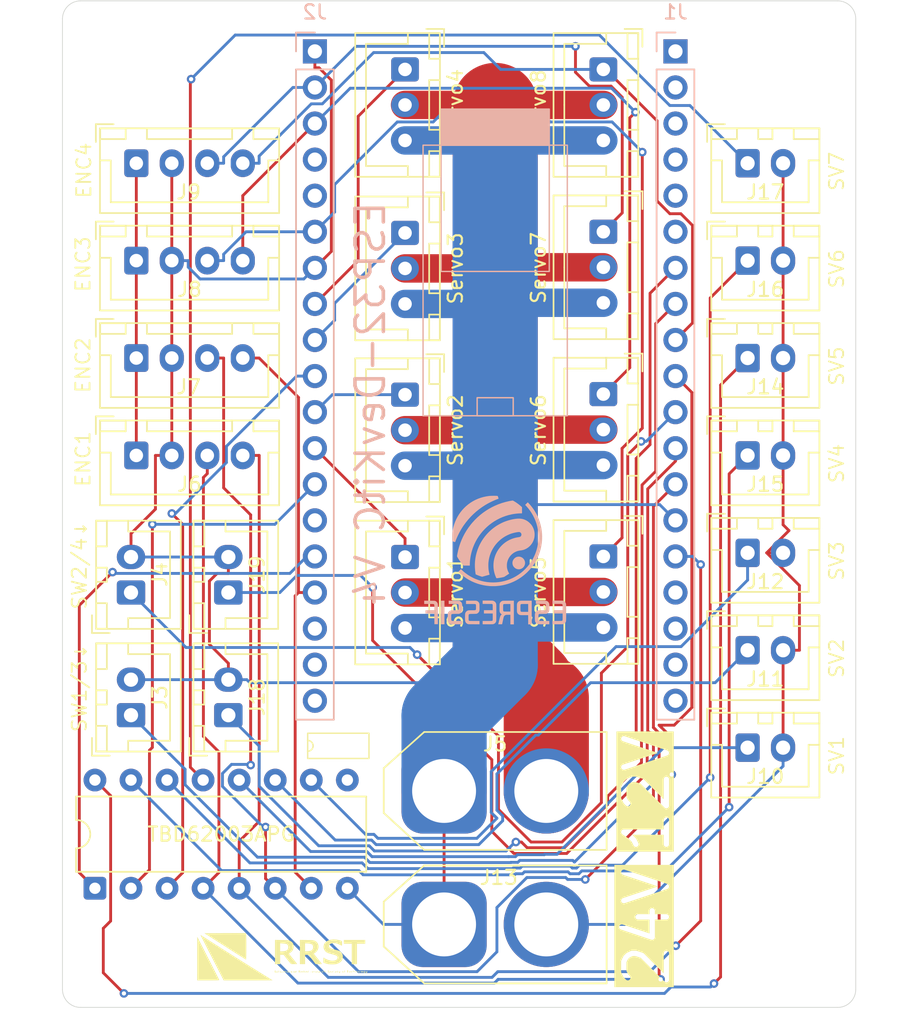
<source format=kicad_pcb>
(kicad_pcb (version 20241229) (generator "pcbnew") (generator_version "9.0")
  (layers (0 "F.Cu" signal) (2 "B.Cu" signal) (13 "F.Paste" user) (15 "B.Paste" user) (5 "F.SilkS" user "F.Silkscreen") (7 "B.SilkS" user "B.Silkscreen") (1 "F.Mask" user) (3 "B.Mask" user) (25 "Edge.Cuts" user))
  (net 0 "")
  (net 1 "3V3")
  (net 2 "GPIO26")
  (net 5 "GPIO25")
  (net 6 "GPIO14")
  (net 7 "5V0")
  (net 8 "GND")
  (net 12 "GPIO12")
  (net 13 "GPIO33")
  (net 14 "GPIO27")
  (net 15 "GPIO13")
  (net 17 "GPIO32")
  (net 21 "GPIO5")
  (net 22 "GPIO2")
  (net 23 "GPIO19")
  (net 25 "GPIO23")
  (net 26 "GPIO18")
  (net 28 "GPIO15")
  (net 29 "GPIO22")
  (net 30 "GPIO16")
  (net 33 "GPIO4")
  (net 34 "GPIO21")
  (net 35 "GPIO17")
  (net 37 "VDD33")
  (net 38 "+24V")
  (net 39 "O5")
  (net 40 "O6")
  (net 41 "O7")
  (net 42 "O1")
  (net 43 "O2")
  (net 44 "O3")
  (net 45 "O4")
  (net 46 "SERVO+")
  (net 47 "TR+")
  (footprint "Connector_JST:JST_XH_B2B-XH-A_1x02_P2.50mm_Vertical" (layer "F.Cu") (at 181.61 110.998)
    (property "Reference" "J15")
    (property "Value" "Conn_01x02_Pin")
  )
  (footprint "Connector_JST:JST_XH_B3B-XH-A_1x03_P2.50mm_Vertical" (layer "F.Cu") (at 157.48 83.82 -90)
    (property "Reference" "Servo4")
    (property "Value" "Servo4")
  )
  (footprint "Connector_JST:JST_XH_B2B-XH-A_1x02_P2.50mm_Vertical" (layer "F.Cu") (at 138.176 129.286 90)
    (property "Reference" "J3")
    (property "Value" "Conn_01x02_Pin")
  )
  (footprint "Connector_JST:JST_XH_B2B-XH-A_1x02_P2.50mm_Vertical" (layer "F.Cu") (at 181.61 117.856)
    (property "Reference" "J12")
    (property "Value" "Conn_01x02_Pin")
  )
  (footprint "Connector_JST:JST_XH_B3B-XH-A_1x03_P2.50mm_Vertical" (layer "F.Cu") (at 171.45 106.68 -90)
    (property "Reference" "Servo6")
    (property "Value" "Servo6")
  )
  (footprint "Connector_JST:JST_XH_B2B-XH-A_1x02_P2.50mm_Vertical" (layer "F.Cu") (at 181.61 131.572)
    (property "Reference" "J10")
    (property "Value" "Conn_01x02_Pin")
  )
  (footprint "Connector_JST:JST_XH_B2B-XH-A_1x02_P2.50mm_Vertical" (layer "F.Cu") (at 181.61 104.14)
    (property "Reference" "J14")
    (property "Value" "Conn_01x02_Pin")
  )
  (footprint "Connector_JST:JST_XH_B3B-XH-A_1x03_P2.50mm_Vertical" (layer "F.Cu") (at 171.45 118.11 -90)
    (property "Reference" "Servo5")
    (property "Value" "Servo5")
  )
  (footprint "Connector_JST:JST_XH_B4B-XH-A_1x04_P2.50mm_Vertical" (layer "F.Cu") (at 138.55 90.424)
    (property "Reference" "J9")
    (property "Value" "Conn_01x04_Pin")
  )
  (footprint "LOGO" (layer "F.Cu") (at 148.844 146.304)
    (property "Reference" "G***" (hide yes))
    (property "Value" "LOGO" (hide yes))
  )
  (footprint "Connector_JST:JST_XH_B3B-XH-A_1x03_P2.50mm_Vertical" (layer "F.Cu") (at 157.48 95.33 -90)
    (property "Reference" "Servo3")
    (property "Value" "Servo3")
  )
  (footprint "MountingHole:MountingHole_3.2mm_M3" (layer "F.Cu") (at 182.88 83.82)
    (property "Reference" "REF**2" (hide yes))
    (property "Value" "MountingHole_3.2mm_M3")
  )
  (footprint "Connector_JST:JST_XH_B4B-XH-A_1x04_P2.50mm_Vertical" (layer "F.Cu") (at 138.55 110.998)
    (property "Reference" "J6")
    (property "Value" "Conn_01x04_Pin")
  )
  (footprint "Connector_JST:JST_XH_B3B-XH-A_1x03_P2.50mm_Vertical" (layer "F.Cu") (at 157.48 118.15 -90)
    (property "Reference" "Servo1")
    (property "Value" "Servo1")
  )
  (footprint "Connector_AMASS:AMASS_XT60-M_1x02_P7.20mm_Vertical" (layer "F.Cu") (at 160.23 144.018)
    (property "Reference" "J13")
    (property "Value" "XT60-M")
  )
  (footprint "Connector_JST:JST_XH_B3B-XH-A_1x03_P2.50mm_Vertical" (layer "F.Cu") (at 157.48 106.72 -90)
    (property "Reference" "Servo2")
    (property "Value" "Servo2")
  )
  (footprint "Package_DIP:DIP-16_W7.62mm" (layer "F.Cu") (at 135.636 141.473 90)
    (property "Reference" "TBD62003APG")
    (property "Value" "~")
  )
  (footprint "Connector_JST:JST_XH_B2B-XH-A_1x02_P2.50mm_Vertical" (layer "F.Cu") (at 145.034 129.286 90)
    (property "Reference" "J18")
    (property "Value" "Conn_01x02_Pin")
  )
  (footprint "Connector_JST:JST_XH_B2B-XH-A_1x02_P2.50mm_Vertical" (layer "F.Cu") (at 181.61 124.714)
    (property "Reference" "J11")
    (property "Value" "Conn_01x02_Pin")
  )
  (footprint "MountingHole:MountingHole_3.2mm_M3" (layer "F.Cu") (at 138.43 146.05)
    (property "Reference" "REF**3" (hide yes))
    (property "Value" "MountingHole_3.2mm_M3")
  )
  (footprint "MountingHole:MountingHole_3.2mm_M3" (layer "F.Cu") (at 182.88 146.05)
    (property "Reference" "REF**4" (hide yes))
    (property "Value" "MountingHole_3.2mm_M3")
  )
  (footprint "MountingHole:MountingHole_3.2mm_M3" (layer "F.Cu") (at 138.43 83.82)
    (property "Reference" "REF**1" (hide yes))
    (property "Value" "MountingHole_3.2mm_M3")
  )
  (footprint "Connector_JST:JST_XH_B2B-XH-A_1x02_P2.50mm_Vertical" (layer "F.Cu") (at 138.176 120.65 90)
    (property "Reference" "J4")
    (property "Value" "Conn_01x02_Pin")
  )
  (footprint "Connector_JST:JST_XH_B2B-XH-A_1x02_P2.50mm_Vertical" (layer "F.Cu") (at 181.61 97.282)
    (property "Reference" "J16")
    (property "Value" "Conn_01x02_Pin")
  )
  (footprint "Connector_JST:JST_XH_B2B-XH-A_1x02_P2.50mm_Vertical" (layer "F.Cu") (at 145.034 120.65 90)
    (property "Reference" "J19")
    (property "Value" "Conn_01x02_Pin")
  )
  (footprint "Connector_JST:JST_XH_B4B-XH-A_1x04_P2.50mm_Vertical" (layer "F.Cu") (at 138.55 104.14)
    (property "Reference" "J7")
    (property "Value" "Conn_01x04_Pin")
  )
  (footprint "Connector_JST:JST_XH_B4B-XH-A_1x04_P2.50mm_Vertical" (layer "F.Cu") (at 138.55 97.282)
    (property "Reference" "J8")
    (property "Value" "Conn_01x04_Pin")
  )
  (footprint "Connector_JST:JST_XH_B2B-XH-A_1x02_P2.50mm_Vertical" (layer "F.Cu") (at 181.61 90.424)
    (property "Reference" "J17")
    (property "Value" "Conn_01x02_Pin")
  )
  (footprint "Connector_JST:JST_XH_B3B-XH-A_1x03_P2.50mm_Vertical" (layer "F.Cu") (at 171.45 95.25 -90)
    (property "Reference" "Servo7")
    (property "Value" "Servo7")
  )
  (footprint "Connector_JST:JST_XH_B3B-XH-A_1x03_P2.50mm_Vertical" (layer "F.Cu") (at 171.45 83.82 -90)
    (property "Reference" "Servo8")
    (property "Value" "Servo8")
  )
  (footprint "Connector_AMASS:AMASS_XT60-M_1x02_P7.20mm_Vertical" (layer "F.Cu") (at 160.23 134.62)
    (property "Reference" "J5")
    (property "Value" "XT60-M")
  )
  (footprint "Connector_PinSocket_2.54mm:PinSocket_1x19_P2.54mm_Vertical" (layer "B.Cu") (at 176.53 82.55 180)
    (property "Reference" "J1")
    (property "Value" "Conn_01x19_Socket")
  )
  (footprint "Connector_PinSocket_2.54mm:PinSocket_1x19_P2.54mm_Vertical" (layer "B.Cu") (at 151.13 82.55 180)
    (property "Reference" "J2")
    (property "Value" "Conn_01x19_Socket")
  )
  (footprint "LOGO" (layer "B.Cu") (at 163.83 118.364 180)
    (property "Reference" "G***" (hide yes))
    (property "Value" "LOGO" (hide yes))
  )
  (gr_arc (start 150.622 131.064) (mid 151.003 131.445) (end 150.622 131.826) (stroke (width 0.1)) (layer "F.SilkS"))
  (gr_rect (start 150.622 130.556) (end 154.94 132.334) (stroke (width 0.1)) (fill no) (layer "F.SilkS"))
  (gr_rect (start 160.02 86.614) (end 167.64 89.154) (stroke (width 0.1)) (fill yes) (layer "B.SilkS"))
  (gr_rect (start 162.56 106.934) (end 165.1 108.204) (stroke (width 0.1)) (fill no) (layer "B.SilkS"))
  (gr_rect (start 160.02 89.154) (end 167.64 98.044) (stroke (width 0.1)) (fill no) (layer "B.SilkS"))
  (gr_rect (start 158.75 89.154) (end 168.91 108.204) (stroke (width 0.1)) (fill no) (layer "B.SilkS"))
  (gr_arc (start 189.23 148.59) (mid 188.858026 149.488026) (end 187.96 149.86) (stroke (width 0.05)) (layer "Edge.Cuts"))
  (gr_line (start 133.35 80.264) (end 133.35 148.59) (stroke (width 0.05)) (layer "Edge.Cuts"))
  (gr_line (start 187.96 78.994) (end 134.62 78.994) (stroke (width 0.05)) (layer "Edge.Cuts"))
  (gr_line (start 134.62 149.86) (end 187.96 149.86) (stroke (width 0.05)) (layer "Edge.Cuts"))
  (gr_arc (start 134.62 149.86) (mid 133.721974 149.488026) (end 133.35 148.59) (stroke (width 0.05)) (layer "Edge.Cuts"))
  (gr_arc (start 187.96 78.994) (mid 188.858026 79.365974) (end 189.23 80.264) (stroke (width 0.05)) (layer "Edge.Cuts"))
  (gr_arc (start 133.35 80.264) (mid 133.721974 79.365974) (end 134.62 78.994) (stroke (width 0.05)) (layer "Edge.Cuts"))
  (gr_line (start 189.23 148.59) (end 189.23 80.264) (stroke (width 0.05)) (layer "Edge.Cuts"))
  (gr_text "24V" (at 176.276 148.59 90) (layer "F.SilkS" knockout) (effects (font (size 3 3) (thickness 0.375)) (justify left bottom)))
  (gr_text "SW1/3↓" (at 135.128 130.556 90) (layer "F.SilkS") (effects (font (size 1 1) (thickness 0.125)) (justify left bottom)))
  (gr_text "SV1" (at 188.468 133.604 90) (layer "F.SilkS") (effects (font (size 1 1) (thickness 0.125)) (justify left bottom)))
  (gr_text "ENC4" (at 135.446 92.964 90) (layer "F.SilkS") (effects (font (size 1 1) (thickness 0.125)) (justify left bottom)))
  (gr_text "SV7" (at 188.468 92.456 90) (layer "F.SilkS") (effects (font (size 1 1) (thickness 0.125)) (justify left bottom)))
  (gr_text "SV2" (at 188.468 126.746 90) (layer "F.SilkS") (effects (font (size 1 1) (thickness 0.125)) (justify left bottom)))
  (gr_text "12V" (at 176.276 139.192 90) (layer "F.SilkS" knockout) (effects (font (size 3 3) (thickness 0.375)) (justify left bottom)))
  (gr_text "SV4" (at 188.468 113.03 90) (layer "F.SilkS") (effects (font (size 1 1) (thickness 0.125)) (justify left bottom)))
  (gr_text "SV3" (at 188.468 119.888 90) (layer "F.SilkS") (effects (font (size 1 1) (thickness 0.125)) (justify left bottom)))
  (gr_text "ENC1" (at 135.382 113.284 90) (layer "F.SilkS") (effects (font (size 1 1) (thickness 0.125)) (justify left bottom)))
  (gr_text "SV6" (at 188.468 99.314 90) (layer "F.SilkS") (effects (font (size 1 1) (thickness 0.125)) (justify left bottom)))
  (gr_text "ENC3" (at 135.382 99.568 90) (layer "F.SilkS") (effects (font (size 1 1) (thickness 0.125)) (justify left bottom)))
  (gr_text "SV5\n" (at 188.468 106.172 90) (layer "F.SilkS") (effects (font (size 1 1) (thickness 0.125)) (justify left bottom)))
  (gr_text "ENC2" (at 135.382 106.68 90) (layer "F.SilkS") (effects (font (size 1 1) (thickness 0.125)) (justify left bottom)))
  (gr_text "SW2/4↓" (at 135.128 121.92 90) (layer "F.SilkS") (effects (font (size 1 1) (thickness 0.125)) (justify left bottom)))
  (gr_text "ESP32-DevKitC V4" (at 156.21 92.964 90) (layer "B.SilkS") (effects (font (size 2 2) (thickness 0.25)) (justify left bottom mirror)))
  (segment (start 175.38 129.989) (end 176.44 129.989) (width 0.2) (layer "F.Cu") (net 2))
  (segment (start 176.44 129.989) (end 177.682 128.747) (width 0.2) (layer "F.Cu") (net 2))
  (segment (start 177.682 106.562) (end 176.53 105.41) (width 0.2) (layer "F.Cu") (net 2))
  (segment (start 177.682 128.747) (end 177.682 106.562) (width 0.2) (layer "F.Cu") (net 2))
  (segment (start 175.545 130.154) (end 175.38 129.989) (width 0.2) (layer "F.Cu") (net 2))
  (segment (start 176.271 133.462) (end 176.271 130.88) (width 0.2) (layer "F.Cu") (net 2))
  (segment (start 176.271 130.88) (end 175.545 130.154) (width 0.2) (layer "F.Cu") (net 2))
  (segment (start 175.545 130.154) (end 175.38 129.989) (width 0.2) (layer "F.Cu") (net 2))
  (via (at 176.271 133.462) (size 0.6) (drill 0.3) (layers "F.Cu" "B.Cu") (net 2))
  (segment (start 165.427 139.647) (end 164.94 139.647) (width 0.2) (layer "B.Cu") (net 2))
  (segment (start 169.414 139.628) (end 169.297 139.511) (width 0.2) (layer "B.Cu") (net 2))
  (segment (start 141.986 134.182) (end 141.986 133.096) (width 0.2) (layer "B.Cu") (net 2))
  (segment (start 164.928 139.66) (end 154.998 139.66) (width 0.2) (layer "B.Cu") (net 2))
  (segment (start 141.986 133.096) (end 138.176 129.286) (width 0.2) (layer "B.Cu") (net 2))
  (segment (start 169.297 139.511) (end 165.564 139.511) (width 0.2) (layer "B.Cu") (net 2))
  (segment (start 175.579 133.462) (end 169.414 139.628) (width 0.2) (layer "B.Cu") (net 2))
  (segment (start 165.564 139.511) (end 165.427 139.647) (width 0.2) (layer "B.Cu") (net 2))
  (segment (start 164.94 139.647) (end 164.928 139.66) (width 0.2) (layer "B.Cu") (net 2))
  (segment (start 147.089 139.285) (end 141.986 134.182) (width 0.2) (layer "B.Cu") (net 2))
  (segment (start 154.624 139.285) (end 147.089 139.285) (width 0.2) (layer "B.Cu") (net 2))
  (segment (start 176.271 133.462) (end 175.579 133.462) (width 0.2) (layer "B.Cu") (net 2))
  (segment (start 154.998 139.66) (end 154.624 139.285) (width 0.2) (layer "B.Cu") (net 2))
  (segment (start 176.53 102.87) (end 177.73 101.67) (width 0.2) (layer "F.Cu") (net 5))
  (segment (start 177.73 94.8021) (end 176.908 93.98) (width 0.2) (layer "F.Cu") (net 5))
  (segment (start 175.228 93.0718) (end 175.228 87.4302) (width 0.2) (layer "F.Cu") (net 5))
  (segment (start 177.73 101.67) (end 177.73 94.8021) (width 0.2) (layer "F.Cu") (net 5))
  (segment (start 171.618 83.82) (end 171.45 83.82) (width 0.2) (layer "F.Cu") (net 5))
  (segment (start 176.136 93.98) (end 175.228 93.0718) (width 0.2) (layer "F.Cu") (net 5))
  (segment (start 176.908 93.98) (end 176.136 93.98) (width 0.2) (layer "F.Cu") (net 5))
  (segment (start 175.228 87.4302) (end 171.618 83.82) (width 0.2) (layer "F.Cu") (net 5))
  (segment (start 163.033 82.6336) (end 164.219 83.82) (width 0.2) (layer "B.Cu") (net 5))
  (segment (start 147.202 90.424) (end 147.202 89.9201) (width 0.2) (layer "B.Cu") (net 5))
  (segment (start 150.88 86.2417) (end 151.66 86.2417) (width 0.2) (layer "B.Cu") (net 5))
  (segment (start 151.66 86.2417) (end 155.268 82.6336) (width 0.2) (layer "B.Cu") (net 5))
  (segment (start 155.268 82.6336) (end 163.033 82.6336) (width 0.2) (layer "B.Cu") (net 5))
  (segment (start 164.219 83.82) (end 171.45 83.82) (width 0.2) (layer "B.Cu") (net 5))
  (segment (start 146.05 90.424) (end 147.202 90.424) (width 0.2) (layer "B.Cu") (net 5))
  (segment (start 147.202 89.9201) (end 150.88 86.2417) (width 0.2) (layer "B.Cu") (net 5))
  (segment (start 174.576 130.4) (end 174.576 113.355) (width 0.2) (layer "F.Cu") (net 6))
  (segment (start 174.977 130.722) (end 174.777 130.522) (width 0.2) (layer "F.Cu") (net 6))
  (segment (start 143.55 104.14) (end 144.702 104.14) (width 0.2) (layer "F.Cu") (net 6))
  (segment (start 174.977 136.052) (end 174.977 130.722) (width 0.2) (layer "F.Cu") (net 6))
  (segment (start 146.605 115.183) (end 144.702 113.28) (width 0.2) (layer "F.Cu") (net 6))
  (segment (start 174.698 130.522) (end 174.576 130.4) (width 0.2) (layer "F.Cu") (net 6))
  (segment (start 147.655 140.792) (end 147.655 137.161) (width 0.2) (layer "F.Cu") (net 6))
  (segment (start 144.702 113.28) (end 144.702 104.14) (width 0.2) (layer "F.Cu") (net 6))
  (segment (start 174.576 113.355) (end 176.53 111.401) (width 0.2) (layer "F.Cu") (net 6))
  (segment (start 174.777 130.522) (end 174.698 130.522) (width 0.2) (layer "F.Cu") (net 6))
  (segment (start 146.605 132.799) (end 146.605 115.183) (width 0.2) (layer "F.Cu") (net 6))
  (segment (start 176.53 111.401) (end 176.53 110.49) (width 0.2) (layer "F.Cu") (net 6))
  (segment (start 148.336 141.473) (end 147.655 140.792) (width 0.2) (layer "F.Cu") (net 6))
  (segment (start 170.176 140.852) (end 174.977 136.052) (width 0.2) (layer "F.Cu") (net 6))
  (via (at 146.605 132.799) (size 0.6) (drill 0.3) (layers "F.Cu" "B.Cu") (net 6))
  (via (at 147.655 137.161) (size 0.6) (drill 0.3) (layers "F.Cu" "B.Cu") (net 6))
  (via (at 170.176 140.852) (size 0.6) (drill 0.3) (layers "F.Cu" "B.Cu") (net 6))
  (segment (start 147.655 137.161) (end 147.48 137.161) (width 0.2) (layer "B.Cu") (net 6))
  (segment (start 144.619 133.389) (end 145.256 132.751) (width 0.2) (layer "B.Cu") (net 6))
  (segment (start 146.558 132.751) (end 146.605 132.799) (width 0.2) (layer "B.Cu") (net 6))
  (segment (start 162.552 147.345) (end 154.208 147.345) (width 0.2) (layer "B.Cu") (net 6))
  (segment (start 154.208 147.345) (end 148.336 141.473) (width 0.2) (layer "B.Cu") (net 6))
  (segment (start 166.062 140.716) (end 163.953 142.826) (width 0.2) (layer "B.Cu") (net 6))
  (segment (start 170.176 140.852) (end 168.934 140.852) (width 0.2) (layer "B.Cu") (net 6))
  (segment (start 145.256 132.751) (end 146.558 132.751) (width 0.2) (layer "B.Cu") (net 6))
  (segment (start 168.798 140.716) (end 166.062 140.716) (width 0.2) (layer "B.Cu") (net 6))
  (segment (start 147.48 137.161) (end 144.619 134.3) (width 0.2) (layer "B.Cu") (net 6))
  (segment (start 144.619 134.3) (end 144.619 133.389) (width 0.2) (layer "B.Cu") (net 6))
  (segment (start 163.953 142.826) (end 163.953 145.944) (width 0.2) (layer "B.Cu") (net 6))
  (segment (start 168.934 140.852) (end 168.798 140.716) (width 0.2) (layer "B.Cu") (net 6))
  (segment (start 163.953 145.944) (end 162.552 147.345) (width 0.2) (layer "B.Cu") (net 6))
  (segment (start 143.7 124.3) (end 145.034 125.634) (width 0.2) (layer "F.Cu") (net 8))
  (segment (start 141.05 90.424) (end 141.05 97.282) (width 0.2) (layer "F.Cu") (net 8))
  (segment (start 144.242 119.302) (end 143.7 119.844) (width 0.2) (layer "F.Cu") (net 8))
  (segment (start 143.7 119.844) (end 143.7 124.3) (width 0.2) (layer "F.Cu") (net 8))
  (segment (start 141.05 110.998) (end 139.898 110.998) (width 0.2) (layer "F.Cu") (net 8))
  (segment (start 138.176 118.15) (end 138.176 116.998) (width 0.2) (layer "F.Cu") (net 8))
  (segment (start 151.13 82.55) (end 151.13 83.7017) (width 0.2) (layer "F.Cu") (net 8))
  (segment (start 145.034 119.302) (end 144.242 119.302) (width 0.2) (layer "F.Cu") (net 8))
  (segment (start 138.176 116.5) (end 138.176 116.998) (width 0.2) (layer "F.Cu") (net 8))
  (segment (start 152.288 84.5719) (end 152.288 96.6319) (width 0.2) (layer "F.Cu") (net 8))
  (segment (start 151.418 83.7017) (end 152.288 84.5719) (width 0.2) (layer "F.Cu") (net 8))
  (segment (start 139.898 110.998) (end 139.898 114.778) (width 0.2) (layer "F.Cu") (net 8))
  (segment (start 139.898 114.778) (end 138.176 116.5) (width 0.2) (layer "F.Cu") (net 8))
  (segment (start 160.23 134.62) (end 160.23 144.018) (width 0.2) (layer "F.Cu") (net 8))
  (segment (start 141.05 110.998) (end 141.05 104.14) (width 0.2) (layer "F.Cu") (net 8))
  (segment (start 141.05 97.282) (end 141.05 104.14) (width 0.2) (layer "F.Cu") (net 8))
  (segment (start 151.13 83.7017) (end 151.418 83.7017) (width 0.2) (layer "F.Cu") (net 8))
  (segment (start 152.288 96.6319) (end 151.13 97.79) (width 0.2) (layer "F.Cu") (net 8))
  (segment (start 145.034 118.15) (end 145.034 119.302) (width 0.2) (layer "F.Cu") (net 8))
  (segment (start 145.034 125.634) (end 145.034 126.786) (width 0.2) (layer "F.Cu") (net 8))
  (segment (start 171.45 88.82) (end 165.18 88.82) (width 2) (layer "B.Cu") (net 8))
  (segment (start 160.085 127) (end 146.55 127) (width 0.2) (layer "B.Cu") (net 8))
  (segment (start 161.4116 127.53) (end 161.7208 127.8392) (width 0.2) (layer "B.Cu") (net 8))
  (segment (start 163.83 123.19) (end 163.83 125.73) (width 6) (layer "B.Cu") (net 8))
  (segment (start 163.83 114.46) (end 166.53 114.46) (width 0.2) (layer "B.Cu") (net 8))
  (segment (start 160.23 129.33) (end 160.23 134.62) (width 6) (layer "B.Cu") (net 8))
  (segment (start 165.18 88.82) (end 163.83 90.17) (width 0.2) (layer "B.Cu") (net 8))
  (segment (start 157.48 111.72) (end 163.79 111.72) (width 2) (layer "B.Cu") (net 8))
  (segment (start 141.05 97.282) (end 142.202 97.282) (width 0.2) (layer "B.Cu") (net 8))
  (segment (start 163.79 111.72) (end 163.83 111.76) (width 0.2) (layer "B.Cu") (net 8))
  (segment (start 142.202 97.7337) (end 142.202 97.282) (width 0.2) (layer "B.Cu") (net 8))
  (segment (start 171.45 111.68) (end 163.91 111.68) (width 2) (layer "B.Cu") (net 8))
  (segment (start 160.793 127.53) (end 160.704 127.619) (width 0.2) (layer "B.Cu") (net 8))
  (segment (start 166.53 114.46) (end 163.83 111.76) (width 0.2) (layer "B.Cu") (net 8))
  (segment (start 163.83 111.76) (end 163.83 123.19) (width 6) (layer "B.Cu") (net 8))
  (segment (start 162.48 88.82) (end 163.83 90.17) (width 0.2) (layer "B.Cu") (net 8))
  (segment (start 175.42 114.46) (end 176.53 115.57) (width 0.2) (layer "B.Cu") (net 8))
  (segment (start 163.83 125.73) (end 160.23 129.33) (width 6) (layer "B.Cu") (net 8))
  (segment (start 146.55 127) (end 146.336 126.786) (width 0.2) (layer "B.Cu") (net 8))
  (segment (start 161.4115 127.53) (end 160.793 127.53) (width 0.2) (layer "B.Cu") (net 8))
  (segment (start 160.704 127.619) (end 160.085 127) (width 0.2) (layer "B.Cu") (net 8))
  (segment (start 171.45 123.11) (end 163.91 123.11) (width 2) (layer "B.Cu") (net 8))
  (segment (start 150.346 98.5742) (end 143.042 98.5742) (width 0.2) (layer "B.Cu") (net 8))
  (segment (start 151.13 97.79) (end 150.346 98.5742) (width 0.2) (layer "B.Cu") (net 8))
  (segment (start 143.042 98.5742) (end 142.202 97.7337) (width 0.2) (layer "B.Cu") (net 8))
  (segment (start 163.91 100.25) (end 163.83 100.33) (width 0.2) (layer "B.Cu") (net 8))
  (segment (start 163.83 100.33) (end 163.83 111.76) (width 6) (layer "B.Cu") (net 8))
  (segment (start 163.91 123.11) (end 163.83 123.19) (width 0.2) (layer "B.Cu") (net 8))
  (segment (start 157.48 123.15) (end 163.79 123.15) (width 2) (layer "B.Cu") (net 8))
  (segment (start 163.83 90.17) (end 163.83 100.33) (width 6) (layer "B.Cu") (net 8))
  (segment (start 162.03 127.53) (end 161.4116 127.53) (width 0.2) (layer "B.Cu") (net 8))
  (segment (start 145.034 118.15) (end 138.176 118.15) (width 0.2) (layer "B.Cu") (net 8))
  (segment (start 163.79 123.15) (end 163.83 123.19) (width 0.2) (layer "B.Cu") (net 8))
  (segment (start 166.53 114.46) (end 175.42 114.46) (width 0.2) (layer "B.Cu") (net 8))
  (segment (start 163.91 111.68) (end 163.83 111.76) (width 0.2) (layer "B.Cu") (net 8))
  (segment (start 146.336 126.786) (end 145.034 126.786) (width 0.2) (layer "B.Cu") (net 8))
  (segment (start 155.961 144.018) (end 153.416 141.473) (width 0.2) (layer "B.Cu") (net 8))
  (segment (start 157.48 100.33) (end 163.83 100.33) (width 2) (layer "B.Cu") (net 8))
  (segment (start 160.23 144.018) (end 155.961 144.018) (width 0.2) (layer "B.Cu") (net 8))
  (segment (start 171.45 100.25) (end 163.91 100.25) (width 2) (layer "B.Cu") (net 8))
  (segment (start 145.034 126.786) (end 138.176 126.786) (width 0.2) (layer "B.Cu") (net 8))
  (segment (start 161.4116 127.53) (end 161.4115 127.53) (width 0.2) (layer "B.Cu") (net 8))
  (segment (start 157.48 88.82) (end 162.48 88.82) (width 2) (layer "B.Cu") (net 8))
  (segment (start 144.37 131.872) (end 143.276 130.779) (width 0.2) (layer "F.Cu") (net 12))
  (segment (start 175.143 130.32) (end 174.978 130.155) (width 0.2) (layer "F.Cu") (net 12))
  (segment (start 143.276 130.779) (end 143.276 112.548) (width 0.2) (layer "F.Cu") (net 12))
  (segment (start 175.143 130.32) (end 174.978 130.155) (width 0.2) (layer "F.Cu") (net 12))
  (segment (start 175.378 130.555) (end 175.143 130.32) (width 0.2) (layer "F.Cu") (net 12))
  (segment (start 174.978 130.155) (end 174.978 114.582) (width 0.2) (layer "F.Cu") (net 12))
  (segment (start 174.978 114.582) (end 176.53 113.03) (width 0.2) (layer "F.Cu") (net 12))
  (segment (start 143.276 112.548) (end 143.55 112.275) (width 0.2) (layer "F.Cu") (net 12))
  (segment (start 143.256 141.473) (end 144.37 140.359) (width 0.2) (layer "F.Cu") (net 12))
  (segment (start 175.484 147.884) (end 175.378 147.778) (width 0.2) (layer "F.Cu") (net 12))
  (segment (start 144.37 140.359) (end 144.37 131.872) (width 0.2) (layer "F.Cu") (net 12))
  (segment (start 175.378 147.778) (end 175.378 130.555) (width 0.2) (layer "F.Cu") (net 12))
  (segment (start 143.55 110.998) (end 143.55 112.275) (width 0.2) (layer "F.Cu") (net 12))
  (via (at 175.484 147.884) (size 0.6) (drill 0.3) (layers "F.Cu" "B.Cu") (net 12))
  (segment (start 149.931 148.148) (end 163.776 148.148) (width 0.2) (layer "B.Cu") (net 12))
  (segment (start 164.011 147.913) (end 164.04 147.884) (width 0.2) (layer "B.Cu") (net 12))
  (segment (start 164.04 147.884) (end 175.484 147.884) (width 0.2) (layer "B.Cu") (net 12))
  (segment (start 163.776 148.148) (end 164.011 147.913) (width 0.2) (layer "B.Cu") (net 12))
  (segment (start 143.256 141.473) (end 149.931 148.148) (width 0.2) (layer "B.Cu") (net 12))
  (segment (start 164.011 147.913) (end 164.04 147.884) (width 0.2) (layer "B.Cu") (net 12))
  (segment (start 174.537 130.926) (end 174.537 133.354) (width 0.2) (layer "F.Cu") (net 13))
  (segment (start 176.53 100.33) (end 175.139 101.721) (width 0.2) (layer "F.Cu") (net 13))
  (segment (start 163.593 137.464) (end 163.593 132.42) (width 0.2) (layer "F.Cu") (net 13))
  (segment (start 163.593 132.42) (end 155.196 124.022) (width 0.2) (layer "F.Cu") (net 13))
  (segment (start 174.175 113.075) (end 174.175 130.566) (width 0.2) (layer "F.Cu") (net 13))
  (segment (start 168.871 139.02) (end 165.149 139.02) (width 0.2) (layer "F.Cu") (net 13))
  (segment (start 174.532 130.923) (end 174.534 130.923) (width 0.2) (layer "F.Cu") (net 13))
  (segment (start 174.534 130.923) (end 174.537 130.926) (width 0.2) (layer "F.Cu") (net 13))
  (segment (start 155.196 124.022) (end 155.196 120.292) (width 0.2) (layer "F.Cu") (net 13))
  (segment (start 175.139 101.721) (end 175.139 112.111) (width 0.2) (layer "F.Cu") (net 13))
  (segment (start 175.139 112.111) (end 174.175 113.075) (width 0.2) (layer "F.Cu") (net 13))
  (segment (start 174.534 130.923) (end 174.537 130.926) (width 0.2) (layer "F.Cu") (net 13))
  (segment (start 165.149 139.02) (end 163.593 137.464) (width 0.2) (layer "F.Cu") (net 13))
  (segment (start 174.537 133.354) (end 168.871 139.02) (width 0.2) (layer "F.Cu") (net 13))
  (segment (start 174.175 130.566) (end 174.532 130.923) (width 0.2) (layer "F.Cu") (net 13))
  (via (at 155.196 120.292) (size 0.6) (drill 0.3) (layers "F.Cu" "B.Cu") (net 13))
  (segment (start 149.865 119.446) (end 148.661 120.65) (width 0.2) (layer "B.Cu") (net 13))
  (segment (start 148.661 120.65) (end 145.034 120.65) (width 0.2) (layer "B.Cu") (net 13))
  (segment (start 155.196 120.292) (end 154.349 119.446) (width 0.2) (layer "B.Cu") (net 13))
  (segment (start 154.349 119.446) (end 149.865 119.446) (width 0.2) (layer "B.Cu") (net 13))
  (segment (start 171.311 126.321) (end 171.311 135.444) (width 0.2) (layer "F.Cu") (net 14))
  (segment (start 173.168 124.464) (end 171.311 126.321) (width 0.2) (layer "F.Cu") (net 14))
  (segment (start 173.168 110.953) (end 173.168 124.464) (width 0.2) (layer "F.Cu") (net 14))
  (segment (start 164.062 130.752) (end 158.333 125.024) (width 0.2) (layer "F.Cu") (net 14))
  (segment (start 168.539 138.216) (end 166.357 138.216) (width 0.2) (layer "F.Cu") (net 14))
  (segment (start 164.062 135.921) (end 164.062 130.752) (width 0.2) (layer "F.Cu") (net 14))
  (segment (start 171.311 135.444) (end 168.539 138.216) (width 0.2) (layer "F.Cu") (net 14))
  (segment (start 174.111 110.01) (end 173.168 110.953) (width 0.2) (layer "F.Cu") (net 14))
  (segment (start 166.357 138.216) (end 164.062 135.921) (width 0.2) (layer "F.Cu") (net 14))
  (via (at 174.111 110.01) (size 0.6) (drill 0.3) (layers "F.Cu" "B.Cu") (net 14))
  (via (at 158.333 125.024) (size 0.6) (drill 0.3) (layers "F.Cu" "B.Cu") (net 14))
  (segment (start 174.47 110.01) (end 174.111 110.01) (width 0.2) (layer "B.Cu") (net 14))
  (segment (start 142.046 124.52) (end 138.176 120.65) (width 0.2) (layer "B.Cu") (net 14))
  (segment (start 176.53 107.95) (end 174.47 110.01) (width 0.2) (layer "B.Cu") (net 14))
  (segment (start 157.829 124.52) (end 142.046 124.52) (width 0.2) (layer "B.Cu") (net 14))
  (segment (start 158.333 125.024) (end 157.829 124.52) (width 0.2) (layer "B.Cu") (net 14))
  (segment (start 147.202 136.763) (end 147.202 133.053) (width 0.2) (layer "F.Cu") (net 15))
  (segment (start 146.05 110.998) (end 147.202 110.998) (width 0.2) (layer "F.Cu") (net 15))
  (segment (start 145.796 138.169) (end 147.202 136.763) (width 0.2) (layer "F.Cu") (net 15))
  (segment (start 147.207 111.003) (end 147.202 110.998) (width 0.2) (layer "F.Cu") (net 15))
  (segment (start 147.207 133.048) (end 147.207 111.003) (width 0.2) (layer "F.Cu") (net 15))
  (segment (start 178.306 118.678) (end 178.306 143.766) (width 0.2) (layer "F.Cu") (net 15))
  (segment (start 147.202 133.053) (end 147.207 133.048) (width 0.2) (layer "F.Cu") (net 15))
  (segment (start 145.796 141.473) (end 145.796 138.169) (width 0.2) (layer "F.Cu") (net 15))
  (segment (start 178.306 143.766) (end 176.554 145.518) (width 0.2) (layer "F.Cu") (net 15))
  (via (at 176.554 145.518) (size 0.6) (drill 0.3) (layers "F.Cu" "B.Cu") (net 15))
  (via (at 178.306 118.678) (size 0.6) (drill 0.3) (layers "F.Cu" "B.Cu") (net 15))
  (segment (start 145.796 141.473) (end 152.07 147.747) (width 0.2) (layer "B.Cu") (net 15))
  (segment (start 152.07 147.747) (end 163.609 147.747) (width 0.2) (layer "B.Cu") (net 15))
  (segment (start 164.011 147.345) (end 174.727 147.345) (width 0.2) (layer "B.Cu") (net 15))
  (segment (start 174.727 147.345) (end 176.554 145.518) (width 0.2) (layer "B.Cu") (net 15))
  (segment (start 163.609 147.747) (end 164.011 147.345) (width 0.2) (layer "B.Cu") (net 15))
  (segment (start 176.53 118.11) (end 177.738 118.11) (width 0.2) (layer "B.Cu") (net 15))
  (segment (start 177.738 118.11) (end 178.306 118.678) (width 0.2) (layer "B.Cu") (net 15))
  (segment (start 173.762 130.722) (end 174.13 131.09) (width 0.2) (layer "F.Cu") (net 17))
  (segment (start 171.754 135.001) (end 171.754 135.569) (width 0.2) (layer "F.Cu") (net 17))
  (segment (start 174.13 131.09) (end 174.135 131.095) (width 0.2) (layer "F.Cu") (net 17))
  (segment (start 165.288 138.216) (end 165.68 138.216) (width 0.2) (layer "F.Cu") (net 17))
  (segment (start 168.705 138.618) (end 166.082 138.618) (width 0.2) (layer "F.Cu") (net 17))
  (segment (start 166.082 138.618) (end 165.68 138.216) (width 0.2) (layer "F.Cu") (net 17))
  (segment (start 174.135 132.62) (end 171.754 135.001) (width 0.2) (layer "F.Cu") (net 17))
  (segment (start 174.738 110.234) (end 173.762 111.21) (width 0.2) (layer "F.Cu") (net 17))
  (segment (start 174.135 131.095) (end 174.135 132.62) (width 0.2) (layer "F.Cu") (net 17))
  (segment (start 171.754 135.569) (end 168.705 138.618) (width 0.2) (layer "F.Cu") (net 17))
  (segment (start 174.738 99.5823) (end 174.738 110.234) (width 0.2) (layer "F.Cu") (net 17))
  (segment (start 173.762 111.21) (end 173.762 130.722) (width 0.2) (layer "F.Cu") (net 17))
  (segment (start 174.13 131.09) (end 174.135 131.095) (width 0.2) (layer "F.Cu") (net 17))
  (segment (start 176.53 97.79) (end 174.738 99.5823) (width 0.2) (layer "F.Cu") (net 17))
  (via (at 165.288 138.216) (size 0.6) (drill 0.3) (layers "F.Cu" "B.Cu") (net 17))
  (segment (start 147.207 134.291) (end 147.207 131.459) (width 0.2) (layer "B.Cu") (net 17))
  (segment (start 164.607 138.845) (end 155.32 138.845) (width 0.2) (layer "B.Cu") (net 17))
  (segment (start 151.398 138.482) (end 147.207 134.291) (width 0.2) (layer "B.Cu") (net 17))
  (segment (start 154.957 138.482) (end 151.398 138.482) (width 0.2) (layer "B.Cu") (net 17))
  (segment (start 165.236 138.216) (end 164.607 138.845) (width 0.2) (layer "B.Cu") (net 17))
  (segment (start 155.32 138.845) (end 154.957 138.482) (width 0.2) (layer "B.Cu") (net 17))
  (segment (start 165.288 138.216) (end 165.236 138.216) (width 0.2) (layer "B.Cu") (net 17))
  (segment (start 147.207 131.459) (end 145.034 129.286) (width 0.2) (layer "B.Cu") (net 17))
  (segment (start 141.818 115.853) (end 141.818 140.371) (width 0.2) (layer "F.Cu") (net 21))
  (segment (start 141.052 115.086) (end 141.818 115.853) (width 0.2) (layer "F.Cu") (net 21))
  (segment (start 141.818 140.371) (end 140.716 141.473) (width 0.2) (layer "F.Cu") (net 21))
  (via (at 141.052 115.086) (size 0.6) (drill 0.3) (layers "F.Cu" "B.Cu") (net 21))
  (segment (start 149.843 105.41) (end 144.898 110.355) (width 0.2) (layer "B.Cu") (net 21))
  (segment (start 141.31 115.086) (end 141.052 115.086) (width 0.2) (layer "B.Cu") (net 21))
  (segment (start 151.13 105.41) (end 149.843 105.41) (width 0.2) (layer "B.Cu") (net 21))
  (segment (start 144.898 111.498) (end 141.31 115.086) (width 0.2) (layer "B.Cu") (net 21))
  (segment (start 144.898 110.355) (end 144.898 111.498) (width 0.2) (layer "B.Cu") (net 21))
  (segment (start 136.876 119.213) (end 134.534 121.554) (width 0.2) (layer "F.Cu") (net 22))
  (segment (start 134.534 140.371) (end 135.636 141.473) (width 0.2) (layer "F.Cu") (net 22))
  (segment (start 134.534 121.554) (end 134.534 140.371) (width 0.2) (layer "F.Cu") (net 22))
  (via (at 136.876 119.213) (size 0.6) (drill 0.3) (layers "F.Cu" "B.Cu") (net 22))
  (segment (start 149.369 119.303) (end 136.966 119.303) (width 0.2) (layer "B.Cu") (net 22))
  (segment (start 151.13 118.11) (end 150.562 118.11) (width 0.2) (layer "B.Cu") (net 22))
  (segment (start 136.966 119.303) (end 136.876 119.213) (width 0.2) (layer "B.Cu") (net 22))
  (segment (start 150.562 118.11) (end 149.369 119.303) (width 0.2) (layer "B.Cu") (net 22))
  (segment (start 154.179 87.1211) (end 154.179 97.2811) (width 0.2) (layer "F.Cu") (net 23))
  (segment (start 157.48 83.82) (end 154.179 87.1211) (width 0.2) (layer "F.Cu") (net 23))
  (segment (start 154.179 97.2811) (end 151.13 100.33) (width 0.2) (layer "F.Cu") (net 23))
  (segment (start 169.486 84.0174) (end 169.486 82.1934) (width 0.2) (layer "F.Cu") (net 25))
  (segment (start 170.464 84.9955) (end 169.486 84.0174) (width 0.2) (layer "F.Cu") (net 25))
  (segment (start 172.78 85.7833) (end 171.993 84.9955) (width 0.2) (layer "F.Cu") (net 25))
  (segment (start 172.78 93.9195) (end 172.78 85.7833) (width 0.2) (layer "F.Cu") (net 25))
  (segment (start 171.45 95.25) (end 172.78 93.9195) (width 0.2) (layer "F.Cu") (net 25))
  (segment (start 171.993 84.9955) (end 170.464 84.9955) (width 0.2) (layer "F.Cu") (net 25))
  (via (at 169.486 82.1934) (size 0.6) (drill 0.3) (layers "F.Cu" "B.Cu") (net 25))
  (segment (start 154.027 82.1934) (end 151.13 85.09) (width 0.2) (layer "B.Cu") (net 25))
  (segment (start 169.486 82.1934) (end 154.027 82.1934) (width 0.2) (layer "B.Cu") (net 25))
  (segment (start 144.702 90.424) (end 144.702 89.9723) (width 0.2) (layer "B.Cu") (net 25))
  (segment (start 149.584 85.09) (end 151.13 85.09) (width 0.2) (layer "B.Cu") (net 25))
  (segment (start 144.702 89.9723) (end 149.584 85.09) (width 0.2) (layer "B.Cu") (net 25))
  (segment (start 143.55 90.424) (end 144.702 90.424) (width 0.2) (layer "B.Cu") (net 25))
  (segment (start 152.52 100.29) (end 152.52 101.48) (width 0.2) (layer "B.Cu") (net 26))
  (segment (start 152.52 101.48) (end 151.13 102.87) (width 0.2) (layer "B.Cu") (net 26))
  (segment (start 157.48 95.33) (end 152.52 100.29) (width 0.2) (layer "B.Cu") (net 26))
  (segment (start 149.976 106.914) (end 147.202 104.14) (width 0.2) (layer "F.Cu") (net 28))
  (segment (start 149.74 140.337) (end 149.74 120.886) (width 0.2) (layer "F.Cu") (net 28))
  (segment (start 150.876 141.473) (end 149.74 140.337) (width 0.2) (layer "F.Cu") (net 28))
  (segment (start 149.976 120.65) (end 151.13 120.65) (width 0.2) (layer "F.Cu") (net 28))
  (segment (start 149.74 120.886) (end 149.976 120.65) (width 0.2) (layer "F.Cu") (net 28))
  (segment (start 149.976 120.65) (end 149.976 106.914) (width 0.2) (layer "F.Cu") (net 28))
  (segment (start 147.202 104.14) (end 146.05 104.14) (width 0.2) (layer "F.Cu") (net 28))
  (segment (start 171.45 106.68) (end 173.312 104.818) (width 0.2) (layer "F.Cu") (net 29))
  (segment (start 151.13 87.63) (end 146.05 92.71) (width 0.2) (layer "F.Cu") (net 29))
  (segment (start 173.312 104.818) (end 173.312 87.227) (width 0.2) (layer "F.Cu") (net 29))
  (segment (start 146.05 92.71) (end 146.05 97.282) (width 0.2) (layer "F.Cu") (net 29))
  (segment (start 173.312 87.227) (end 173.71 86.8283) (width 0.2) (layer "F.Cu") (net 29))
  (via (at 173.71 86.8283) (size 0.6) (drill 0.3) (layers "F.Cu" "B.Cu") (net 29))
  (segment (start 172.028 85.1443) (end 173.71 86.8267) (width 0.2) (layer "B.Cu") (net 29))
  (segment (start 153.616 85.1443) (end 172.028 85.1443) (width 0.2) (layer "B.Cu") (net 29))
  (segment (start 151.13 87.63) (end 153.616 85.1443) (width 0.2) (layer "B.Cu") (net 29))
  (segment (start 173.71 86.8267) (end 173.71 86.8283) (width 0.2) (layer "B.Cu") (net 29))
  (segment (start 157.48 116.84) (end 157.48 118.15) (width 0.2) (layer "F.Cu") (net 30))
  (segment (start 151.13 110.49) (end 157.48 116.84) (width 0.2) (layer "F.Cu") (net 30))
  (segment (start 139.477 131.758) (end 139.681 131.554) (width 0.2) (layer "F.Cu") (net 33))
  (segment (start 139.477 140.172) (end 139.477 131.758) (width 0.2) (layer "F.Cu") (net 33))
  (segment (start 138.176 141.473) (end 139.477 140.172) (width 0.2) (layer "F.Cu") (net 33))
  (segment (start 139.681 131.554) (end 139.681 115.846) (width 0.2) (layer "F.Cu") (net 33))
  (via (at 139.681 115.846) (size 0.6) (drill 0.3) (layers "F.Cu" "B.Cu") (net 33))
  (segment (start 148.314 115.846) (end 151.13 113.03) (width 0.2) (layer "B.Cu") (net 33))
  (segment (start 139.681 115.846) (end 148.314 115.846) (width 0.2) (layer "B.Cu") (net 33))
  (segment (start 174.192 89.643) (end 174.192 109.078) (width 0.2) (layer "F.Cu") (net 34))
  (segment (start 172.767 110.504) (end 172.767 116.793) (width 0.2) (layer "F.Cu") (net 34))
  (segment (start 174.192 109.078) (end 172.767 110.504) (width 0.2) (layer "F.Cu") (net 34))
  (segment (start 172.767 116.793) (end 171.45 118.11) (width 0.2) (layer "F.Cu") (net 34))
  (via (at 174.192 89.643) (size 0.6) (drill 0.3) (layers "F.Cu" "B.Cu") (net 34))
  (segment (start 143.55 97.282) (end 144.702 97.282) (width 0.2) (layer "B.Cu") (net 34))
  (segment (start 152.52 93.8602) (end 151.13 95.25) (width 0.2) (layer "B.Cu") (net 34))
  (segment (start 156.933 87.5183) (end 152.52 91.9318) (width 0.2) (layer "B.Cu") (net 34))
  (segment (start 174.192 89.643) (end 172.068 87.5183) (width 0.2) (layer "B.Cu") (net 34))
  (segment (start 151.13 95.25) (end 146.282 95.25) (width 0.2) (layer "B.Cu") (net 34))
  (segment (start 172.068 87.5183) (end 167.702 87.5183) (width 0.2) (layer "B.Cu") (net 34))
  (segment (start 152.52 91.9318) (end 152.52 93.8602) (width 0.2) (layer "B.Cu") (net 34))
  (segment (start 167.702 87.5183) (end 167.002 86.8178) (width 0.2) (layer "B.Cu") (net 34))
  (segment (start 167.002 86.8178) (end 160.167 86.8178) (width 0.2) (layer "B.Cu") (net 34))
  (segment (start 144.702 96.8303) (end 144.702 97.282) (width 0.2) (layer "B.Cu") (net 34))
  (segment (start 159.466 87.5183) (end 156.933 87.5183) (width 0.2) (layer "B.Cu") (net 34))
  (segment (start 146.282 95.25) (end 144.702 96.8303) (width 0.2) (layer "B.Cu") (net 34))
  (segment (start 160.167 86.8178) (end 159.466 87.5183) (width 0.2) (layer "B.Cu") (net 34))
  (segment (start 157.48 106.72) (end 152.36 106.72) (width 0.2) (layer "B.Cu") (net 35))
  (segment (start 152.36 106.72) (end 151.13 107.95) (width 0.2) (layer "B.Cu") (net 35))
  (segment (start 138.55 104.14) (end 138.55 97.282) (width 0.2) (layer "F.Cu") (net 37))
  (segment (start 138.55 110.998) (end 138.55 104.14) (width 0.2) (layer "F.Cu") (net 37))
  (segment (start 138.55 90.424) (end 138.55 97.282) (width 0.2) (layer "F.Cu") (net 37))
  (segment (start 184.11 97.282) (end 184.11 90.424) (width 0.2) (layer "F.Cu") (net 38))
  (segment (start 184.11 104.14) (end 184.11 110.998) (width 0.2) (layer "F.Cu") (net 38))
  (segment (start 184.11 124.714) (end 185.262 124.714) (width 0.2) (layer "F.Cu") (net 38))
  (segment (start 184.11 124.714) (end 184.11 131.572) (width 0.2) (layer "F.Cu") (net 38))
  (segment (start 182.958 117.856) (end 184.524 116.29) (width 0.2) (layer "F.Cu") (net 38))
  (segment (start 184.524 116.29) (end 184.11 115.876) (width 0.2) (layer "F.Cu") (net 38))
  (segment (start 184.11 104.14) (end 184.11 97.282) (width 0.2) (layer "F.Cu") (net 38))
  (segment (start 185.262 120.159) (end 182.958 117.856) (width 0.2) (layer "F.Cu") (net 38))
  (segment (start 185.262 124.714) (end 185.262 120.159) (width 0.2) (layer "F.Cu") (net 38))
  (segment (start 184.11 117.856) (end 182.958 117.856) (width 0.2) (layer "F.Cu") (net 38))
  (segment (start 184.11 115.876) (end 184.11 110.998) (width 0.2) (layer "F.Cu") (net 38))
  (segment (start 172.966 144.018) (end 184.11 132.874) (width 0.2) (layer "B.Cu") (net 38))
  (segment (start 184.11 131.572) (end 184.11 132.874) (width 0.2) (layer "B.Cu") (net 38))
  (segment (start 167.43 144.018) (end 172.966 144.018) (width 0.2) (layer "B.Cu") (net 38))
  (segment (start 154.79 138.884) (end 150.827 138.884) (width 0.2) (layer "B.Cu") (net 39))
  (segment (start 164.774 139.246) (end 164.773 139.247) (width 0.2) (layer "B.Cu") (net 39))
  (segment (start 155.153 139.247) (end 154.79 138.884) (width 0.2) (layer "B.Cu") (net 39))
  (segment (start 167.317 139.08) (end 167.288 139.11) (width 0.2) (layer "B.Cu") (net 39))
  (segment (start 150.827 138.884) (end 145.796 133.853) (width 0.2) (layer "B.Cu") (net 39))
  (segment (start 167.317 139.08) (end 167.288 139.11) (width 0.2) (layer "B.Cu") (net 39))
  (segment (start 165.261 139.246) (end 164.774 139.246) (width 0.2) (layer "B.Cu") (net 39))
  (segment (start 181.61 131.572) (end 175.696 131.572) (width 0.2) (layer "B.Cu") (net 39))
  (segment (start 167.288 139.11) (end 165.397 139.11) (width 0.2) (layer "B.Cu") (net 39))
  (segment (start 165.397 139.11) (end 165.261 139.246) (width 0.2) (layer "B.Cu") (net 39))
  (segment (start 168.188 139.08) (end 167.317 139.08) (width 0.2) (layer "B.Cu") (net 39))
  (segment (start 175.696 131.572) (end 168.188 139.08) (width 0.2) (layer "B.Cu") (net 39))
  (segment (start 164.773 139.247) (end 155.153 139.247) (width 0.2) (layer "B.Cu") (net 39))
  (segment (start 164.359 136.718) (end 162.677 138.399) (width 0.2) (layer "B.Cu") (net 40))
  (segment (start 164.359 136.381) (end 164.359 136.718) (width 0.2) (layer "B.Cu") (net 40))
  (segment (start 152.563 138.08) (end 148.336 133.853) (width 0.2) (layer "B.Cu") (net 40))
  (segment (start 181.61 124.714) (end 179.324 127) (width 0.2) (layer "B.Cu") (net 40))
  (segment (start 155.442 138.399) (end 155.123 138.08) (width 0.2) (layer "B.Cu") (net 40))
  (segment (start 170.555 127) (end 166.866 130.689) (width 0.2) (layer "B.Cu") (net 40))
  (segment (start 163.953 133.419) (end 163.953 135.976) (width 0.2) (layer "B.Cu") (net 40))
  (segment (start 179.324 127) (end 170.555 127) (width 0.2) (layer "B.Cu") (net 40))
  (segment (start 166.684 130.689) (end 163.953 133.419) (width 0.2) (layer "B.Cu") (net 40))
  (segment (start 162.677 138.399) (end 155.442 138.399) (width 0.2) (layer "B.Cu") (net 40))
  (segment (start 163.953 135.976) (end 164.359 136.381) (width 0.2) (layer "B.Cu") (net 40))
  (segment (start 155.123 138.08) (end 152.563 138.08) (width 0.2) (layer "B.Cu") (net 40))
  (segment (start 166.866 130.689) (end 166.684 130.689) (width 0.2) (layer "B.Cu") (net 40))
  (segment (start 162.538 137.956) (end 155.567 137.956) (width 0.2) (layer "B.Cu") (net 41))
  (segment (start 172.344 124.46) (end 163.552 133.253) (width 0.2) (layer "B.Cu") (net 41))
  (segment (start 163.787 136.377) (end 163.952 136.542) (width 0.2) (layer "B.Cu") (net 41))
  (segment (start 163.952 136.542) (end 162.538 137.956) (width 0.2) (layer "B.Cu") (net 41))
  (segment (start 176.924 124.46) (end 172.344 124.46) (width 0.2) (layer "B.Cu") (net 41))
  (segment (start 154.702 137.678) (end 150.876 133.853) (width 0.2) (layer "B.Cu") (net 41))
  (segment (start 163.552 133.253) (end 163.552 136.142) (width 0.2) (layer "B.Cu") (net 41))
  (segment (start 163.787 136.377) (end 163.952 136.542) (width 0.2) (layer "B.Cu") (net 41))
  (segment (start 163.552 136.142) (end 163.787 136.377) (width 0.2) (layer "B.Cu") (net 41))
  (segment (start 155.289 137.678) (end 154.702 137.678) (width 0.2) (layer "B.Cu") (net 41))
  (segment (start 155.567 137.956) (end 155.289 137.678) (width 0.2) (layer "B.Cu") (net 41))
  (segment (start 181.61 119.774) (end 176.924 124.46) (width 0.2) (layer "B.Cu") (net 41))
  (segment (start 181.61 117.856) (end 181.61 119.774) (width 0.2) (layer "B.Cu") (net 41))
  (segment (start 136.224 144.293) (end 136.742 143.775) (width 0.2) (layer "F.Cu") (net 42))
  (segment (start 137.677 148.875) (end 136.224 147.422) (width 0.2) (layer "F.Cu") (net 42))
  (segment (start 136.224 147.422) (end 136.224 144.293) (width 0.2) (layer "F.Cu") (net 42))
  (segment (start 136.742 143.775) (end 136.742 134.959) (width 0.2) (layer "F.Cu") (net 42))
  (segment (start 179.708 147.716) (end 179.243 148.181) (width 0.2) (layer "F.Cu") (net 42))
  (segment (start 181.61 104.14) (end 179.708 106.042) (width 0.2) (layer "F.Cu") (net 42))
  (segment (start 136.742 134.959) (end 135.636 133.853) (width 0.2) (layer "F.Cu") (net 42))
  (segment (start 179.708 106.042) (end 179.708 147.716) (width 0.2) (layer "F.Cu") (net 42))
  (via (at 137.677 148.875) (size 0.6) (drill 0.3) (layers "F.Cu" "B.Cu") (net 42))
  (via (at 179.243 148.181) (size 0.6) (drill 0.3) (layers "F.Cu" "B.Cu") (net 42))
  (segment (start 176.042 148.591) (end 176.208 148.424) (width 0.2) (layer "B.Cu") (net 42))
  (segment (start 176.042 148.591) (end 176.208 148.424) (width 0.2) (layer "B.Cu") (net 42))
  (segment (start 179 148.424) (end 179.243 148.181) (width 0.2) (layer "B.Cu") (net 42))
  (segment (start 176.208 148.424) (end 179 148.424) (width 0.2) (layer "B.Cu") (net 42))
  (segment (start 175.758 148.875) (end 176.042 148.591) (width 0.2) (layer "B.Cu") (net 42))
  (segment (start 137.677 148.875) (end 175.758 148.875) (width 0.2) (layer "B.Cu") (net 42))
  (segment (start 180.31 112.298) (end 181.61 110.998) (width 0.2) (layer "F.Cu") (net 43))
  (segment (start 180.31 135.761) (end 180.31 112.298) (width 0.2) (layer "F.Cu") (net 43))
  (via (at 180.31 135.761) (size 0.6) (drill 0.3) (layers "F.Cu" "B.Cu") (net 43))
  (segment (start 165.273 140.451) (end 165.196 140.528) (width 0.2) (layer "B.Cu") (net 43))
  (segment (start 168.964 140.315) (end 165.896 140.315) (width 0.2) (layer "B.Cu") (net 43))
  (segment (start 169.927 140.251) (end 169.727 140.451) (width 0.2) (layer "B.Cu") (net 43))
  (segment (start 169.1 140.451) (end 168.964 140.315) (width 0.2) (layer "B.Cu") (net 43))
  (segment (start 165.196 140.528) (end 154.531 140.528) (width 0.2) (layer "B.Cu") (net 43))
  (segment (start 165.76 140.451) (end 165.273 140.451) (width 0.2) (layer "B.Cu") (net 43))
  (segment (start 180.31 135.761) (end 175.82 140.251) (width 0.2) (layer "B.Cu") (net 43))
  (segment (start 144.553 140.23) (end 138.176 133.853) (width 0.2) (layer "B.Cu") (net 43))
  (segment (start 165.896 140.315) (end 165.76 140.451) (width 0.2) (layer "B.Cu") (net 43))
  (segment (start 175.82 140.251) (end 169.927 140.251) (width 0.2) (layer "B.Cu") (net 43))
  (segment (start 169.727 140.451) (end 169.1 140.451) (width 0.2) (layer "B.Cu") (net 43))
  (segment (start 154.232 140.23) (end 144.553 140.23) (width 0.2) (layer "B.Cu") (net 43))
  (segment (start 154.531 140.528) (end 154.232 140.23) (width 0.2) (layer "B.Cu") (net 43))
  (segment (start 178.975 99.917) (end 181.61 97.282) (width 0.2) (layer "F.Cu") (net 44))
  (segment (start 178.975 133.674) (end 178.975 99.917) (width 0.2) (layer "F.Cu") (net 44))
  (via (at 178.975 133.674) (size 0.6) (drill 0.3) (layers "F.Cu" "B.Cu") (net 44))
  (segment (start 154.458 139.687) (end 146.55 139.687) (width 0.2) (layer "B.Cu") (net 44))
  (segment (start 165.73 139.913) (end 165.594 140.049) (width 0.2) (layer "B.Cu") (net 44))
  (segment (start 146.55 139.687) (end 140.716 133.853) (width 0.2) (layer "B.Cu") (net 44))
  (segment (start 154.859 140.089) (end 154.458 139.687) (width 0.2) (layer "B.Cu") (net 44))
  (segment (start 165.594 140.049) (end 165.107 140.049) (width 0.2) (layer "B.Cu") (net 44))
  (segment (start 178.975 133.674) (end 172.8 139.849) (width 0.2) (layer "B.Cu") (net 44))
  (segment (start 165.067 140.089) (end 154.859 140.089) (width 0.2) (layer "B.Cu") (net 44))
  (segment (start 165.107 140.049) (end 165.067 140.089) (width 0.2) (layer "B.Cu") (net 44))
  (segment (start 169.266 140.049) (end 169.13 139.913) (width 0.2) (layer "B.Cu") (net 44))
  (segment (start 172.8 139.849) (end 169.761 139.849) (width 0.2) (layer "B.Cu") (net 44))
  (segment (start 169.761 139.849) (end 169.561 140.049) (width 0.2) (layer "B.Cu") (net 44))
  (segment (start 169.13 139.913) (end 165.73 139.913) (width 0.2) (layer "B.Cu") (net 44))
  (segment (start 169.561 140.049) (end 169.266 140.049) (width 0.2) (layer "B.Cu") (net 44))
  (segment (start 143.256 133.853) (end 142.356 132.952) (width 0.2) (layer "F.Cu") (net 45))
  (segment (start 142.356 84.5603) (end 142.411 84.5047) (width 0.2) (layer "F.Cu") (net 45))
  (segment (start 142.356 132.952) (end 142.356 84.5603) (width 0.2) (layer "F.Cu") (net 45))
  (via (at 142.411 84.5047) (size 0.6) (drill 0.3) (layers "F.Cu" "B.Cu") (net 45))
  (segment (start 181.61 90.424) (end 177.546 86.36) (width 0.2) (layer "B.Cu") (net 45))
  (segment (start 176.132 86.36) (end 171.17 81.3983) (width 0.2) (layer "B.Cu") (net 45))
  (segment (start 145.518 81.3983) (end 142.411 84.5047) (width 0.2) (layer "B.Cu") (net 45))
  (segment (start 177.546 86.36) (end 176.132 86.36) (width 0.2) (layer "B.Cu") (net 45))
  (segment (start 171.17 81.3983) (end 145.518 81.3983) (width 0.2) (layer "B.Cu") (net 45))
  (segment (start 171.45 86.32) (end 163.87 86.32) (width 2) (layer "F.Cu") (net 46))
  (segment (start 167.43 134.62) (end 167.43 128.06) (width 6) (layer "F.Cu") (net 46))
  (segment (start 157.48 97.83) (end 163.79 97.83) (width 2) (layer "F.Cu") (net 46))
  (segment (start 163.87 109.18) (end 163.83 109.22) (width 0.2) (layer "F.Cu") (net 46))
  (segment (start 171.45 120.61) (end 163.87 120.61) (width 2) (layer "F.Cu") (net 46))
  (segment (start 171.45 109.18) (end 163.87 109.18) (width 2) (layer "F.Cu") (net 46))
  (segment (start 163.79 86.32) (end 163.83 86.36) (width 0.2) (layer "F.Cu") (net 46))
  (segment (start 157.48 120.65) (end 163.83 120.65) (width 2) (layer "F.Cu") (net 46))
  (segment (start 157.48 86.32) (end 163.79 86.32) (width 2) (layer "F.Cu") (net 46))
  (segment (start 171.45 97.75) (end 163.87 97.75) (width 2) (layer "F.Cu") (net 46))
  (segment (start 163.83 120.65) (end 163.83 109.22) (width 6) (layer "F.Cu") (net 46))
  (segment (start 163.87 120.61) (end 163.83 120.65) (width 0.2) (layer "F.Cu") (net 46))
  (segment (start 167.43 128.06) (end 166.37 127) (width 0.2) (layer "F.Cu") (net 46))
  (segment (start 157.48 109.22) (end 163.83 109.22) (width 2) (layer "F.Cu") (net 46))
  (segment (start 166.37 127) (end 163.83 124.46) (width 6) (layer "F.Cu") (net 46))
  (segment (start 163.87 97.75) (end 163.83 97.79) (width 0.2) (layer "F.Cu") (net 46))
  (segment (start 163.87 86.32) (end 163.83 86.36) (width 0.2) (layer "F.Cu") (net 46))
  (segment (start 163.79 97.83) (end 163.83 97.79) (width 0.2) (layer "F.Cu") (net 46))
  (segment (start 163.83 109.22) (end 163.83 97.79) (width 6) (layer "F.Cu") (net 46))
  (segment (start 163.83 124.46) (end 163.83 120.65) (width 6) (layer "F.Cu") (net 46))
  (segment (start 163.83 97.79) (end 163.83 86.36) (width 6) (layer "F.Cu") (net 46))
)
</source>
